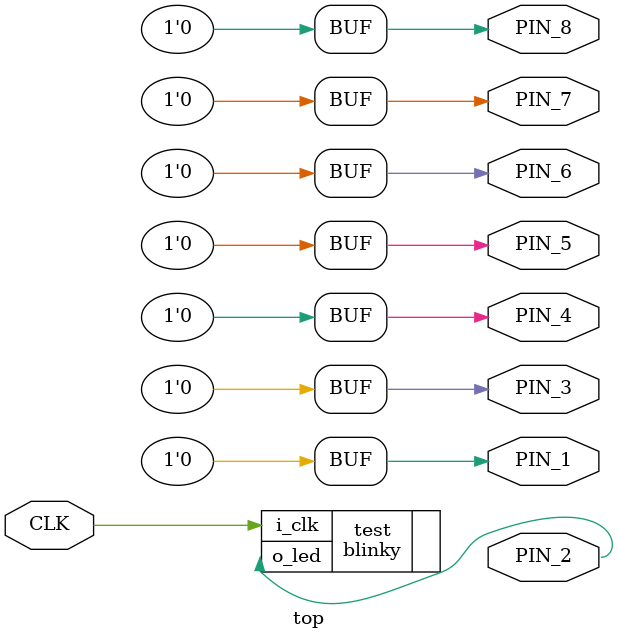
<source format=v>
module top(
    input wire CLK,
    output wire PIN_1,
    output wire PIN_2,
    output wire PIN_3,
    output wire PIN_4,
    output wire PIN_5,
    output wire PIN_6,
    output wire PIN_7,
    output wire PIN_8
);
    blinky #(
        .WIDTH(24)
    ) test (
        .i_clk(CLK),
        .o_led(PIN_2)
    );

    assign {PIN_1, PIN_3, PIN_4, PIN_5, PIN_6, PIN_7, PIN_8} = 7'b0;
endmodule
</source>
